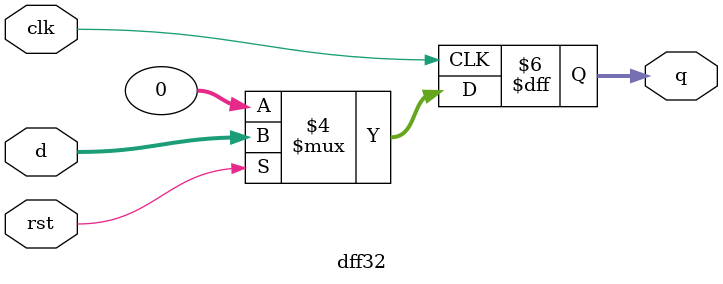
<source format=v>
`timescale 1ns / 1ps
module dff32(
input wire [31:0] d,
input wire clk,
input wire rst,
output reg [31:0] q
    );
always @(posedge clk) begin
 if(~rst) q<=0; else q<=d;
end

endmodule

</source>
